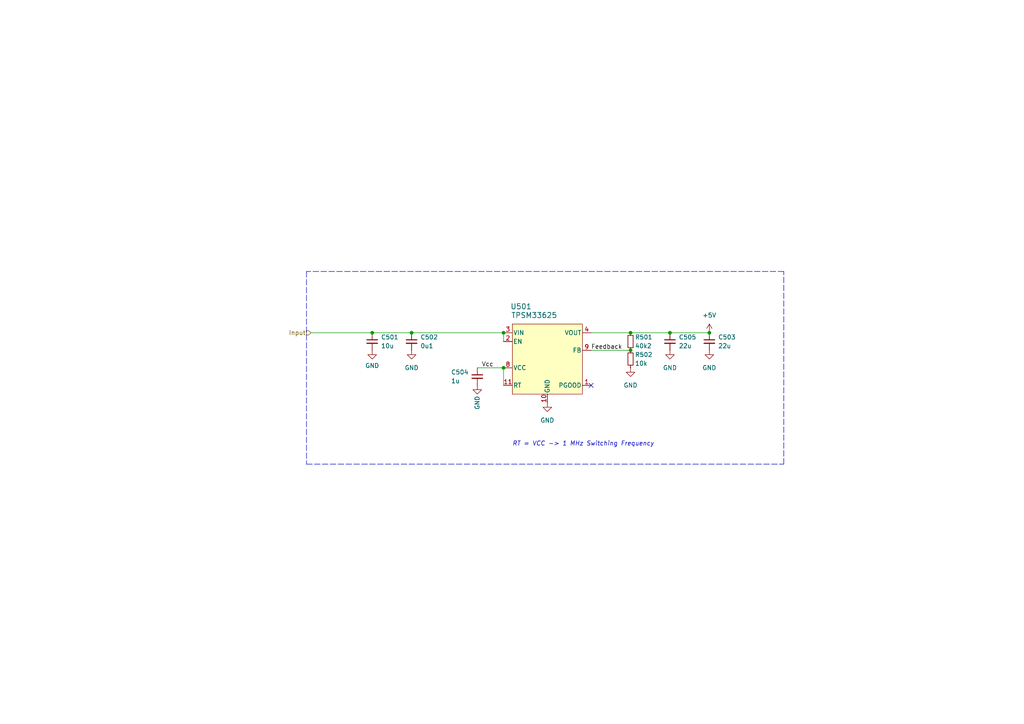
<source format=kicad_sch>
(kicad_sch (version 20250114) (generator "eeschema") (generator_version "9.0")
  (paper "A4")
  (title_block (title "Power Supply") (date "2024-03-28") (rev "3") (company "+5V"))
  (lib_symbols
    (symbol "Device:C_Small" (pin_numbers (hide yes)) (pin_names (offset 0.254) (hide yes))
      (property "Reference" "C" (at 0.254 1.778 0))
      (property "Value" "C_Small" (at 0.254 -2.032 0))
      (symbol "C_Small_0_1"
        (polyline (pts (xy -1.524 0.508) (xy 1.524 0.508)) (stroke (width 0.3048)))
        (polyline (pts (xy -1.524 -0.508) (xy 1.524 -0.508)) (stroke (width 0.3302)))
      )
      (symbol "C_Small_1_1"
        (pin passive line (at 0 2.54 270) (length 2.032) (name "~") (number "1"))
        (pin passive line (at 0 -2.54 90) (length 2.032) (name "~") (number "2"))
      )
    )
    (symbol "Device:R_Small" (pin_numbers (hide yes)) (pin_names (offset 0.254) (hide yes))
      (property "Reference" "R" (at 0 0 90))
      (property "Value" "R_Small" (at 1.778 0 90))
      (symbol "R_Small_0_1"
        (rectangle (start -0.762 1.778) (end 0.762 -1.778) (stroke (width 0.2032)))
      )
      (symbol "R_Small_1_1"
        (pin passive line (at 0 2.54 270) (length 0.762) (name "~") (number "1"))
        (pin passive line (at 0 -2.54 90) (length 0.762) (name "~") (number "2"))
      )
    )
    (symbol "V2_Converter_DCDC:TPSM33625" (pin_names (offset 0.254))
      (property "Reference" "U" (at -7.62 15.24 0))
      (property "Value" "TPSM33625" (at -7.62 12.7 0))
      (symbol "TPSM33625_0_1"
        (rectangle (start -10.16 10.16) (end 10.16 -10.16) (fill (type background)))
      )
      (symbol "TPSM33625_1_1"
        (pin power_in line (at -12.7 7.62 0) (length 2.54) (name "VIN") (number "3"))
        (pin input line (at -12.7 5.08 0) (length 2.54) (name "EN") (number "2"))
        (pin output line (at -12.7 -2.54 0) (length 2.54) (name "VCC") (number "8"))
        (pin input line (at -12.7 -7.62 0) (length 2.54) (name "RT") (number "11"))
        (pin power_in line (at 0 -12.7 90) (length 2.54) (name "GND") (number "10"))
        (pin no_connect line (at 0 -27.94 180) (length 2.54) (hide yes) (name "BOOT") (number "7"))
        (pin no_connect line (at 0 -30.48 180) (length 2.54) (hide yes) (name "SW") (number "5"))
        (pin no_connect line (at 0 -33.02 180) (length 2.54) (hide yes) (name "SW") (number "6"))
        (pin power_out line (at 12.7 7.62 180) (length 2.54) (name "VOUT") (number "4"))
        (pin input line (at 12.7 2.54 180) (length 2.54) (name "FB") (number "9"))
        (pin output line (at 12.7 -7.62 180) (length 2.54) (name "PGOOD") (number "1"))
      )
    )
    (symbol "power:+5V" (power) (pin_numbers (hide yes)) (pin_names (offset 0) (hide yes))
      (property "Value" "+5V" (at 0 3.556 0))
      (symbol "+5V_0_1"
        (polyline (pts (xy -0.762 1.27) (xy 0 2.54)))
        (polyline (pts (xy 0 2.54) (xy 0.762 1.27)))
        (polyline (pts (xy 0 0) (xy 0 2.54)))
      )
      (symbol "+5V_1_1"
        (pin power_in line (at 0 0 90) (length 0) (name "~") (number "1"))
      )
    )
    (symbol "power:GND" (power) (pin_numbers (hide yes)) (pin_names (offset 0) (hide yes))
      (property "Value" "GND" (at 0 -3.81 0))
      (symbol "GND_0_1"
        (polyline (pts (xy 0 0) (xy 0 -1.27) (xy 1.27 -1.27) (xy 0 -2.54) (xy -1.27 -1.27) (xy 0 -1.27)))
      )
      (symbol "GND_1_1"
        (pin power_in line (at 0 0 270) (length 0) (name "~") (number "1"))
      )
    )
  )
  (text "RT = VCC -> 1 MHz Switching Frequency" (at 148.59 129.54 0) (effects (font (size 1.27 1.27) (italic yes)) (justify left bottom)))
  (junction (at 119.38 96.52))
  (junction (at 182.88 101.6))
  (junction (at 194.31 96.52))
  (junction (at 146.05 96.52))
  (junction (at 205.74 96.52))
  (junction (at 146.05 106.68))
  (junction (at 182.88 96.52))
  (junction (at 107.95 96.52))
  (no_connect (at 171.45 111.76))
  (polyline (pts (xy 88.9 134.62) (xy 227.33 134.62)) (stroke (width 0) (type dash)))
  (wire (pts (xy 182.88 96.52) (xy 194.31 96.52)))
  (wire (pts (xy 90.17 96.52) (xy 107.95 96.52)))
  (polyline (pts (xy 227.33 134.62) (xy 227.33 78.74)) (stroke (width 0) (type dash)))
  (polyline (pts (xy 88.9 78.74) (xy 88.9 134.62)) (stroke (width 0) (type dash)))
  (wire (pts (xy 146.05 106.68) (xy 146.05 111.76)))
  (wire (pts (xy 138.43 106.68) (xy 146.05 106.68)))
  (wire (pts (xy 119.38 96.52) (xy 146.05 96.52)))
  (polyline (pts (xy 227.33 78.74) (xy 88.9 78.74)) (stroke (width 0) (type dash)))
  (wire (pts (xy 107.95 96.52) (xy 119.38 96.52)))
  (wire (pts (xy 171.45 101.6) (xy 182.88 101.6)))
  (wire (pts (xy 194.31 96.52) (xy 205.74 96.52)))
  (wire (pts (xy 171.45 96.52) (xy 182.88 96.52)))
  (wire (pts (xy 146.05 96.52) (xy 146.05 99.06)))
  (label "Feedback" (at 171.45 101.6 0))
  (label "Vcc" (at 139.7 106.68 0))
  (hierarchical_label "Input" (shape input) (at 90.17 96.52 180))
  (symbol (lib_id "power:GND") (at 194.31 101.6 0) (unit 1)
    (property "Reference" "#PWR0508" (effects (hide yes)))
    (property "Value" "GND" (at 194.31 106.68 0))
    (property "Description" "Power symbol creates a global label with name \"GND\" , ground" (effects (hide yes)))
  )
  (symbol (lib_id "power:GND") (at 138.43 111.76 0) (unit 1)
    (property "Reference" "#PWR0506" (effects (hide yes)))
    (property "Value" "GND" (at 138.43 116.84 90))
    (property "Description" "Power symbol creates a global label with name \"GND\" , ground" (effects (hide yes)))
  )
  (symbol (lib_id "Device:R_Small") (at 182.88 104.14 0) (unit 1)
    (property "Reference" "R502" (at 184.15 102.87 0) (effects (justify left)))
    (property "Value" "10k" (at 184.15 105.41 0) (effects (justify left)))
    (property "Footprint" "Resistor_SMD:R_0603_1608Metric" (effects (hide yes)))
    (property "Description" "Resistor, small symbol" (effects (hide yes)))
  )
  (symbol (lib_id "V2_Converter_DCDC:TPSM33625") (at 158.75 104.14 0) (unit 1)
    (property "Reference" "U501" (at 151.13 88.9 0) (effects (font (size 1.524 1.524))))
    (property "Value" "TPSM33625" (at 154.94 91.44 0) (effects (font (size 1.524 1.524))))
    (property "Footprint" "V2_Converter_DCDC:TPSM33625" (effects (hide yes)))
    (property "Datasheet" "https://www.ti.com/lit/ds/symlink/tpsm33625.pdf" (effects (hide yes)))
  )
  (symbol (lib_id "Device:R_Small") (at 182.88 99.06 0) (unit 1)
    (property "Reference" "R501" (at 184.15 97.79 0) (effects (justify left)))
    (property "Value" "40k2" (at 184.15 100.33 0) (effects (justify left)))
    (property "Footprint" "Resistor_SMD:R_0603_1608Metric" (effects (hide yes)))
    (property "Description" "Resistor, small symbol" (effects (hide yes)))
  )
  (symbol (lib_id "power:GND") (at 182.88 106.68 0) (unit 1)
    (property "Reference" "#PWR0505" (effects (hide yes)))
    (property "Value" "GND" (at 182.88 111.76 0))
    (property "Description" "Power symbol creates a global label with name \"GND\" , ground" (effects (hide yes)))
  )
  (symbol (lib_id "power:GND") (at 119.38 101.6 0) (unit 1)
    (property "Reference" "#PWR0503" (effects (hide yes)))
    (property "Value" "GND" (at 119.38 106.68 0))
    (property "Description" "Power symbol creates a global label with name \"GND\" , ground" (effects (hide yes)))
  )
  (symbol (lib_id "Device:C_Small") (at 107.95 99.06 0) (unit 1)
    (property "Reference" "C501" (at 110.49 97.79 0) (effects (justify left)))
    (property "Value" "10u" (at 110.49 100.33 0) (effects (justify left)))
    (property "Footprint" "Capacitor_SMD:C_1210_3225Metric" (effects (hide yes)))
    (property "Description" "Unpolarized capacitor, small symbol" (effects (hide yes)))
  )
  (symbol (lib_id "Device:C_Small") (at 138.43 109.22 0) (unit 1)
    (property "Reference" "C504" (at 130.81 107.95 0) (effects (justify left)))
    (property "Value" "1u" (at 130.81 110.49 0) (effects (justify left)))
    (property "Footprint" "Capacitor_SMD:C_0603_1608Metric" (effects (hide yes)))
    (property "Description" "Unpolarized capacitor, small symbol" (effects (hide yes)))
  )
  (symbol (lib_id "Device:C_Small") (at 194.31 99.06 0) (unit 1)
    (property "Reference" "C505" (at 196.85 97.79 0) (effects (justify left)))
    (property "Value" "22u" (at 196.85 100.33 0) (effects (justify left)))
    (property "Footprint" "Capacitor_SMD:C_1210_3225Metric" (effects (hide yes)))
    (property "Description" "Unpolarized capacitor, small symbol" (effects (hide yes)))
  )
  (symbol (lib_id "Device:C_Small") (at 119.38 99.06 0) (unit 1)
    (property "Reference" "C502" (at 121.92 97.79 0) (effects (justify left)))
    (property "Value" "0u1" (at 121.92 100.33 0) (effects (justify left)))
    (property "Footprint" "Capacitor_SMD:C_0603_1608Metric" (effects (hide yes)))
    (property "Description" "Unpolarized capacitor, small symbol" (effects (hide yes)))
  )
  (symbol (lib_id "power:GND") (at 107.95 101.6 0) (unit 1)
    (property "Reference" "#PWR0502" (effects (hide yes)))
    (property "Value" "GND" (at 107.95 106.045 0))
    (property "Description" "Power symbol creates a global label with name \"GND\" , ground" (effects (hide yes)))
  )
  (symbol (lib_id "power:GND") (at 205.74 101.6 0) (unit 1)
    (property "Reference" "#PWR0504" (effects (hide yes)))
    (property "Value" "GND" (at 205.74 106.68 0))
    (property "Description" "Power symbol creates a global label with name \"GND\" , ground" (effects (hide yes)))
  )
  (symbol (lib_id "power:+5V") (at 205.74 96.52 0) (unit 1)
    (property "Reference" "#PWR0501" (effects (hide yes)))
    (property "Value" "+5V" (at 205.74 91.44 0))
    (property "Description" "Power symbol creates a global label with name \"+5V\"" (effects (hide yes)))
  )
  (symbol (lib_id "power:GND") (at 158.75 116.84 0) (unit 1)
    (property "Reference" "#PWR0507" (effects (hide yes)))
    (property "Value" "GND" (at 158.75 121.92 0))
    (property "Description" "Power symbol creates a global label with name \"GND\" , ground" (effects (hide yes)))
  )
  (symbol (lib_id "Device:C_Small") (at 205.74 99.06 0) (unit 1)
    (property "Reference" "C503" (at 208.28 97.79 0) (effects (justify left)))
    (property "Value" "22u" (at 208.28 100.33 0) (effects (justify left)))
    (property "Footprint" "Capacitor_SMD:C_1210_3225Metric" (effects (hide yes)))
    (property "Description" "Unpolarized capacitor, small symbol" (effects (hide yes)))
  )
)
</source>
